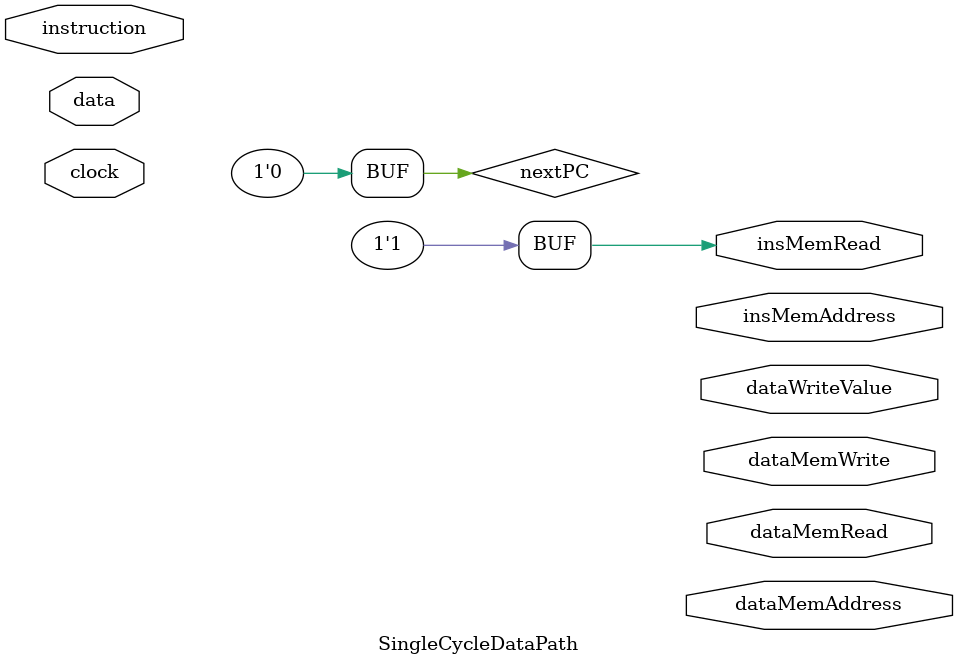
<source format=v>
`include "MIPSComponents.v"

/* Instructions: */
/* Mnemonic  Meaning                               Type  Opcode Funct */
/* add       Add                                      R  0x00   0x20  */
/* addi      Add Immediate                            I  0x08   NA    */
/* addiu     Add Unsigned Immediate                   I  0x09   NA    */
/* addu      Add Unsigned                             R  0x00   0x21  */
/* and       Bitwise AND                              R  0x00   0x24  */
/* andi      Bitwise AND Immediate                    I  0x0C   NA    */
/* beq       Branch if Equal                          I  0x04   NA    */
/* blez      Branch if Less Than or Equal to Zero     I  0x06   NA    */
/* bne       Branch if Not Equal                      I  0x05   NA    */
/* bgtz      Branch on Greater Than Zero              I  0x07   NA    */
/* div       Divide                                   R  0x00   0x1A  */
/* divu      Unsigned Divide                          R  0x00   0x1B  */
/* j         Jump to Address                          J  0x02   NA    */
/* jal       Jump and Link                            J  0x03   NA    */
/* jr        Jump to Address in Register              R  0x00   0x08  */
/* lb        Load Byte                                I  0x20   NA    */
/* lbu       Load Byte Unsigned                       I  0x24   NA    */
/* lhu       Load Halfword Unsigned                   I  0x25   NA    */
/* lui       Load Upper Immediate                     I  0x0F   NA    */
/* lw        Load Word                                I  0x23   NA    */
/* mfhi      Move from HI Register                    R  0x00   0x10  */
/* mthi      Move to HI Register                      R  0x00   0x11  */
/* mflo      Move from LO Register                    R  0x00   0x12  */
/* mtlo      Move to LO Register                      R  0x00   0x13  */
/* mfc0      Move from Coprocessor 0                  R  0x10   NA    */
/* mult      Multiply                                 R  0x00   0x18  */
/* multu     Unsigned Multiply                        R  0x00   0x19  */
/* nor       Bitwise NOR (NOT-OR)                     R  0x00   0x27  */
/* xor       Bitwise XOR (Exclusive-OR)               R  0x00   0x26  */
/* or        Bitwise OR                               R  0x00   0x25  */
/* ori       Bitwise OR Immediate                     I  0x0D   NA    */
/* sb        Store Byte                               I  0x28   NA    */
/* sh        Store Halfword                           I  0x29   NA    */
/* slt       Set to 1 if Less Than                    R  0x00   0x2A  */
/* slti      Set to 1 if Less Than Immediate          I  0x0A   NA    */
/* sltiu     Set to 1 if Less Than Unsigned Immediate I  0x0B   NA    */
/* sltu      Set to 1 if Less Than Unsigned           R  0x00   0x2B  */
/* sll       Logical Shift Left                       R  0x00   0x00  */
/* srl       Logical Shift Right (0-extended)         R  0x00   0x02  */
/* sra       Arithmetic Shift Right (sign-extended)   R  0x00   0x03  */
/* sub       Subtract                                 R  0x00   0x22  */
/* subu      Unsigned Subtract                        R  0x00   0x23  */
/* sw        Store Word                               I  0x2B   NA    */

/* Registers */
`define zero  0 
`define at    1
`define v0    2
`define v1    3
`define a0    4
`define a1    5
`define a2    6
`define a3    7
`define t0    8
`define t1    9
`define t2    10
`define t3    11
`define t4    12
`define t5    13
`define t6    14
`define t7    15
`define s0    16
`define s1    17
`define s2    18
`define s3    19
`define s4    20
`define s5    21
`define s6    22
`define s7    23
`define t8    24
`define t9    25
`define k0    26
`define k1    27
`define gp    28
`define sp    29
`define fp    30
`define ra    31

// Status Register Bits:
`define STATUS_I_BIT 7 

// Exceptions and interrupts:
`define INT_ADDRESS 'h000001e0

// Control bits:
`define CONTROL_WIDTH   19
`define INT_CAUSE_BIT1  18 
`define INT_CAUSE_BIT2  17
`define CAUSE_WRITE_BIT 16
`define EPC_WRITE_BIT   15
`define ENABLE_INT_BIT  14
`define REG_DST_BIT1    13
`define REG_DST_BIT2    12
`define BEQ_BIT         11
`define BNE_BIT         10
`define JUMP_BIT        9
`define MEM_READ_BIT    8
`define TO_REG_BIT1     7
`define TO_REG_BIT2     6
`define ALU_OP_BIT1     5
`define ALU_OP_BIT2     4
`define ALU_OP_BIT3     3
`define MEM_WRITE_BIT   2
`define ALU_SRC_BIT     1
`define REG_WRITE_BIT   0

`define INT_EXT         'b0000000000000000000
`define INT_IBUS        'b0100000000000000000
`define INT_OVF         'b1000000000000000000
`define INT_SYSCALL     'b1100000000000000000
`define CAUSE_WRITE     'b0010000000000000000
`define EPC_WRITE       'b0001000000000000000
`define ENABLE_INT      'b0000100000000000000
`define DST_RT          'b0000000000000000000
`define DST_RD          'b0000001000000000000
`define DST_RA          'b0000010000000000000
`define BEQ             'b0000000100000000000
`define BNE             'b0000000010000000000
`define JUMP            'b0000000001000000000
`define MEM_READ        'b0000000000100000000
`define ALU_TO_REG      'b0000000000000000000
`define MEM_TO_REG      'b0000000000001000000
`define PC_TO_REG       'b0000000000010000000
`define IMM_L16_TO_REG  'b0000000000011000000
`define ALU_ADD         'b0000000000000000000
`define ALU_SUB         'b0000000000000001000
`define ALU_AND         'b0000000000000010000
`define ALU_OR          'b0000000000000011000
`define ALU_FUNCT       'b0000000000000100000
`define MEM_WRITE       'b0000000000000000100
`define ALU_SRC_REG     'b0000000000000000000
`define ALU_SRC_IMM     'b0000000000000000010
`define REG_WRITE       'b0000000000000000001

module Control(input[5:0] opcode, output reg[`CONTROL_WIDTH-1:0] control);
    
    always @(opcode) begin
        case (opcode)
            /* R-Type */ 'b000000: control <= `DST_RD | `ALU_TO_REG | `ALU_FUNCT | `ALU_SRC_REG | `REG_WRITE | `ENABLE_INT;
            /* LW */     // TODO
            /* SW */     // TODO
            /* BEQ */    // TODO
            /* J */      // TODO
            /* addi  */  // TODO

            default: control <= `EPC_WRITE | `CAUSE_WRITE |`INT_IBUS;

        endcase
    end

endmodule

module ALUControl(input[2:0] aluOp, input[5:0] funct, output reg[4:0] operation, output jr);

    // TODO

endmodule

module SingleCycleDataPath
    #(
        parameter ADDRESS_WIDTH=32, 
        parameter DATA_WIDTH=32
    )
    (clock, instruction, data, insMemAddress, insMemRead, dataMemAddress, dataMemRead, dataMemWrite, dataWriteValue);

    input clock;
    input[31:0] instruction;
    input[DATA_WIDTH-1:0] data;

    output[ADDRESS_WIDTH-1:0] insMemAddress, dataMemAddress;
    output reg insMemRead;
    output dataMemRead, dataMemWrite;
    output[DATA_WIDTH-1:0] dataWriteValue;

    // TODO: Specify all wiring.

    // Program Counter:
    Register
        #(.DATA_WIDTH(ADDRESS_WIDTH))
        pcRegister(nextPC, clock, pc);

    initial begin
        nextPC <= 'h00400000;
        insMemRead <= 1;
    end

    assign pcPlus4 = pc + 4;

    // TODO: Create and wire the ALU

    // Register File:
    RegisterFile 
        #(.ADDRESS_WIDTH(5), .DATA_WIDTH(DATA_WIDTH))
        rf(clock, rs, rt, writeRegAddress, writeRegData, regWrite, a, rtValue);

    initial begin
        rf.data[`sp] = 'h100103fc;
    end

    // TODO: Other logic, e.g. decode instruction, control, sign extend, wiring and logic for the register file

endmodule

</source>
